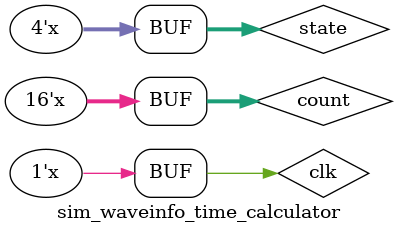
<source format=v>
`timescale 1ns / 1ps


module sim_waveinfo_time_calculator(

    );
    reg clk = 0;
    always#10
        clk = ~clk;
    reg[15:0] count = 0;
    reg[3:0] state = 0;
   always#1000
   begin
       state = state + 1;
       if(state == 0)
           count = count + 50;
   end
   wire[25:0] freq_out;
   wire[2:0] freq_carry_out;
   wire freq_wrong_out;
    waveinfo_time_calculator uut_waveinfo_time_calculator(//¼ÆËãÖÜÆÚºÍÆµÂÊ£¬¹ÜÀí32¸ö×Ö·û
           .clk_in(clk),
           .sync_count_in(count),
           .clk_state_in(state),//Ê±ÖÓÆµÂÊ×´Ì¬
           .freq_out(freq_out),//26Î»¶þ½øÖÆÊý
           .freq_carry_out(freq_carry_out),//ÆµÆ×ºóÃæ´øµÄÁã
           .freq_wrong_out(freq_wrong_out)//ÆµÂÊ³ö´í
           );
endmodule

</source>
